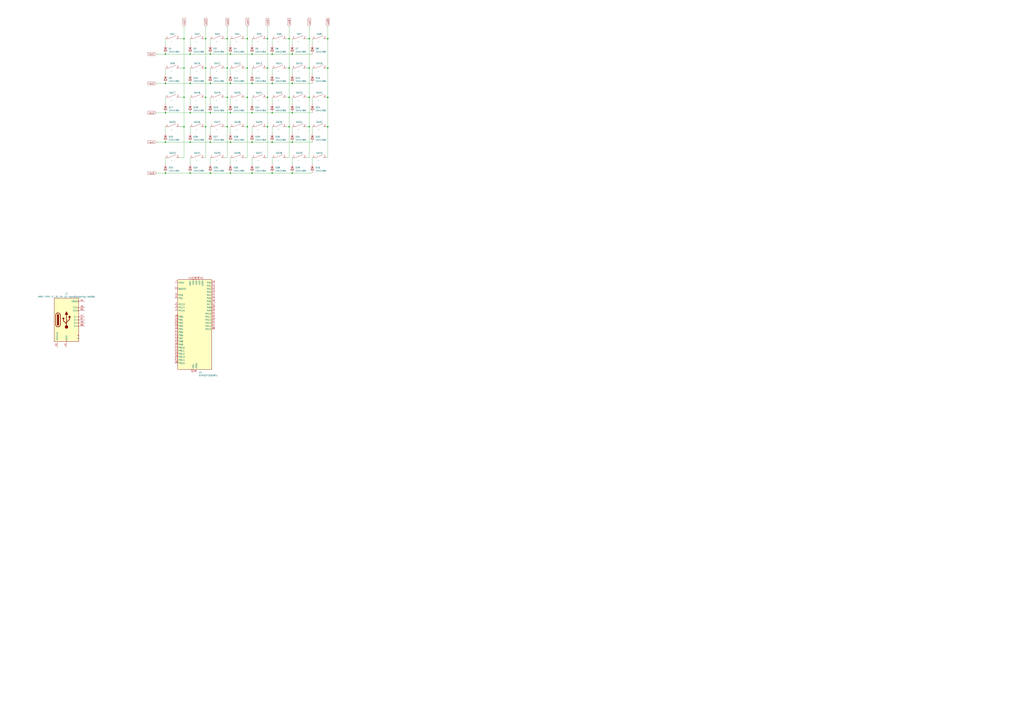
<source format=kicad_sch>
(kicad_sch (version 20230121) (generator eeschema)
  (paper "A1")
  (title_block (title "Wave-one") (date "2023-08-03") (rev "1.0"))
  (lib_symbols
    (symbol "Diode:1N4148W" (pin_numbers hide) (pin_names hide)
      (property "Reference" "D" (at 0 2.54 0))
      (property "Value" "1N4148W" (at 0 -2.54 0))
      (symbol "1N4148W_0_1"
        (polyline (pts (xy -1.27 1.27) (xy -1.27 -1.27)) (stroke (width 0.254)))
        (polyline (pts (xy 1.27 0) (xy -1.27 0)))
        (polyline (pts (xy 1.27 1.27) (xy 1.27 -1.27) (xy -1.27 0) (xy 1.27 1.27)) (stroke (width 0.254)))
      )
      (symbol "1N4148W_1_1"
        (pin passive line (at -3.81 0 0) (length 2.54) (name "K") (number "1"))
        (pin passive line (at 3.81 0 180) (length 2.54) (name "A") (number "2"))
      )
    )
    (symbol "MCU_ST_STM32F1:STM32F103C8Tx"
      (property "Reference" "U" (at -12.7 39.37 0))
      (property "Value" "STM32F103C8Tx" (at 10.16 39.37 0))
      (symbol "STM32F103C8Tx_0_1"
        (rectangle (start -12.7 -35.56) (end 15.24 38.1) (stroke (width 0.254)) (fill (type background)))
      )
      (symbol "STM32F103C8Tx_1_1"
        (pin power_in line (at -2.54 40.64 270) (length 2.54) (name "VBAT") (number "1"))
        (pin bidirectional line (at 17.78 35.56 180) (length 2.54) (name "PA0") (number "10"))
        (pin bidirectional line (at 17.78 33.02 180) (length 2.54) (name "PA1") (number "11"))
        (pin bidirectional line (at 17.78 30.48 180) (length 2.54) (name "PA2") (number "12"))
        (pin bidirectional line (at 17.78 27.94 180) (length 2.54) (name "PA3") (number "13"))
        (pin bidirectional line (at 17.78 25.4 180) (length 2.54) (name "PA4") (number "14"))
        (pin bidirectional line (at 17.78 22.86 180) (length 2.54) (name "PA5") (number "15"))
        (pin bidirectional line (at 17.78 20.32 180) (length 2.54) (name "PA6") (number "16"))
        (pin bidirectional line (at 17.78 17.78 180) (length 2.54) (name "PA7") (number "17"))
        (pin bidirectional line (at -15.24 7.62 0) (length 2.54) (name "PB0") (number "18"))
        (pin bidirectional line (at -15.24 5.08 0) (length 2.54) (name "PB1") (number "19"))
        (pin bidirectional line (at -15.24 17.78 0) (length 2.54) (name "PC13") (number "2"))
        (pin bidirectional line (at -15.24 2.54 0) (length 2.54) (name "PB2") (number "20"))
        (pin bidirectional line (at -15.24 -17.78 0) (length 2.54) (name "PB10") (number "21"))
        (pin bidirectional line (at -15.24 -20.32 0) (length 2.54) (name "PB11") (number "22"))
        (pin power_in line (at 0 -38.1 90) (length 2.54) (name "VSS") (number "23"))
        (pin power_in line (at 0 40.64 270) (length 2.54) (name "VDD") (number "24"))
        (pin bidirectional line (at -15.24 -22.86 0) (length 2.54) (name "PB12") (number "25"))
        (pin bidirectional line (at -15.24 -25.4 0) (length 2.54) (name "PB13") (number "26"))
        (pin bidirectional line (at -15.24 -27.94 0) (length 2.54) (name "PB14") (number "27"))
        (pin bidirectional line (at -15.24 -30.48 0) (length 2.54) (name "PB15") (number "28"))
        (pin bidirectional line (at 17.78 15.24 180) (length 2.54) (name "PA8") (number "29"))
        (pin bidirectional line (at -15.24 15.24 0) (length 2.54) (name "PC14") (number "3"))
        (pin bidirectional line (at 17.78 12.7 180) (length 2.54) (name "PA9") (number "30"))
        (pin bidirectional line (at 17.78 10.16 180) (length 2.54) (name "PA10") (number "31"))
        (pin bidirectional line (at 17.78 7.62 180) (length 2.54) (name "PA11") (number "32"))
        (pin bidirectional line (at 17.78 5.08 180) (length 2.54) (name "PA12") (number "33"))
        (pin bidirectional line (at 17.78 2.54 180) (length 2.54) (name "PA13") (number "34"))
        (pin passive line (at 0 -38.1 90) (length 2.54) hide (name "VSS") (number "35"))
        (pin power_in line (at 2.54 40.64 270) (length 2.54) (name "VDD") (number "36"))
        (pin bidirectional line (at 17.78 0 180) (length 2.54) (name "PA14") (number "37"))
        (pin bidirectional line (at 17.78 -2.54 180) (length 2.54) (name "PA15") (number "38"))
        (pin bidirectional line (at -15.24 0 0) (length 2.54) (name "PB3") (number "39"))
        (pin bidirectional line (at -15.24 12.7 0) (length 2.54) (name "PC15") (number "4"))
        (pin bidirectional line (at -15.24 -2.54 0) (length 2.54) (name "PB4") (number "40"))
        (pin bidirectional line (at -15.24 -5.08 0) (length 2.54) (name "PB5") (number "41"))
        (pin bidirectional line (at -15.24 -7.62 0) (length 2.54) (name "PB6") (number "42"))
        (pin bidirectional line (at -15.24 -10.16 0) (length 2.54) (name "PB7") (number "43"))
        (pin input line (at -15.24 30.48 0) (length 2.54) (name "BOOT0") (number "44"))
        (pin bidirectional line (at -15.24 -12.7 0) (length 2.54) (name "PB8") (number "45"))
        (pin bidirectional line (at -15.24 -15.24 0) (length 2.54) (name "PB9") (number "46"))
        (pin passive line (at 0 -38.1 90) (length 2.54) hide (name "VSS") (number "47"))
        (pin power_in line (at 5.08 40.64 270) (length 2.54) (name "VDD") (number "48"))
        (pin bidirectional line (at -15.24 25.4 0) (length 2.54) (name "PD0") (number "5"))
        (pin bidirectional line (at -15.24 22.86 0) (length 2.54) (name "PD1") (number "6"))
        (pin input line (at -15.24 35.56 0) (length 2.54) (name "NRST") (number "7"))
        (pin power_in line (at 2.54 -38.1 90) (length 2.54) (name "VSSA") (number "8"))
        (pin power_in line (at 7.62 40.64 270) (length 2.54) (name "VDDA") (number "9"))
      )
    )
    (symbol "reversible-kicad-symbols1:mx_switch"
      (property "Reference" "SW" (at 0 0 0))
      (symbol "mx_switch_0_1"
        (polyline (pts (xy -2.54 2.54) (xy 3.81 5.08)))
      )
      (symbol "mx_switch_1_1"
        (pin bidirectional line (at -5.08 2.54 0) (length 2.54) (name "") (number "1"))
        (pin bidirectional line (at 6.35 2.54 180) (length 2.54) (name "") (number "2"))
      )
    )
    (symbol "reversible-kicad-symbols:HRO-TYPE-C-31-M-12-HandSoldering-NoSBU" (pin_names (offset 1.016))
      (property "Reference" "J" (at -10.16 19.05 0))
      (property "Value" "HRO-TYPE-C-31-M-12-HandSoldering-NoSBU" (at 19.05 19.05 0))
      (symbol "HRO-TYPE-C-31-M-12-HandSoldering-NoSBU_0_0"
        (rectangle (start -0.254 -17.78) (end 0.254 -16.764))
        (rectangle (start 10.16 -14.986) (end 9.144 -15.494))
        (rectangle (start 10.16 -12.446) (end 9.144 -12.954))
        (rectangle (start 10.16 -4.826) (end 9.144 -5.334))
        (rectangle (start 10.16 -2.286) (end 9.144 -2.794))
        (rectangle (start 10.16 0.254) (end 9.144 -0.254))
        (rectangle (start 10.16 2.794) (end 9.144 2.286))
        (rectangle (start 10.16 7.874) (end 9.144 7.366))
        (rectangle (start 10.16 10.414) (end 9.144 9.906))
        (rectangle (start 10.16 15.494) (end 9.144 14.986))
      )
      (symbol "HRO-TYPE-C-31-M-12-HandSoldering-NoSBU_0_1"
        (rectangle (start -10.16 17.78) (end 10.16 -17.78) (stroke (width 0.254)) (fill (type background)))
        (arc (start -8.89 -3.81) (mid -6.985 -5.7067) (end -5.08 -3.81) (stroke (width 0.508)))
        (arc (start -7.62 -3.81) (mid -6.985 -4.4423) (end -6.35 -3.81) (stroke (width 0.254)))
        (arc (start -7.62 -3.81) (mid -6.985 -4.4423) (end -6.35 -3.81) (stroke (width 0.254)) (fill (type outline)))
        (rectangle (start -7.62 -3.81) (end -6.35 3.81) (stroke (width 0.254)) (fill (type outline)))
        (arc (start -6.35 3.81) (mid -6.985 4.4423) (end -7.62 3.81) (stroke (width 0.254)))
        (arc (start -6.35 3.81) (mid -6.985 4.4423) (end -7.62 3.81) (stroke (width 0.254)) (fill (type outline)))
        (arc (start -5.08 3.81) (mid -6.985 5.7067) (end -8.89 3.81) (stroke (width 0.508)))
        (circle (center -2.54 1.143) (radius 0.635) (stroke (width 0.254)) (fill (type outline)))
        (circle (center 0 -5.842) (radius 1.27) (fill (type outline)))
        (polyline (pts (xy -8.89 -3.81) (xy -8.89 3.81)) (stroke (width 0.508)))
        (polyline (pts (xy -5.08 3.81) (xy -5.08 -3.81)) (stroke (width 0.508)))
        (polyline (pts (xy 0 -5.842) (xy 0 4.318)) (stroke (width 0.508)))
        (polyline (pts (xy 0 -3.302) (xy -2.54 -0.762) (xy -2.54 0.508)) (stroke (width 0.508)))
        (polyline (pts (xy 0 -2.032) (xy 2.54 0.508) (xy 2.54 1.778)) (stroke (width 0.508)))
        (polyline (pts (xy -1.27 4.318) (xy 0 6.858) (xy 1.27 4.318) (xy -1.27 4.318)) (stroke (width 0.254)) (fill (type outline)))
        (rectangle (start 1.905 1.778) (end 3.175 3.048) (stroke (width 0.254)) (fill (type outline)))
      )
      (symbol "HRO-TYPE-C-31-M-12-HandSoldering-NoSBU_1_1"
        (pin power_in line (at 0 -22.86 90) (length 5.08) (name "GND") (number "A1"))
        (pin power_in line (at 15.24 15.24 180) (length 5.08) (name "VBUS") (number "A4"))
        (pin bidirectional line (at 15.24 10.16 180) (length 5.08) (name "CC1") (number "A5"))
        (pin bidirectional line (at 15.24 -2.54 180) (length 5.08) (name "D+") (number "A6"))
        (pin bidirectional line (at 15.24 2.54 180) (length 5.08) (name "D-") (number "A7"))
        (pin passive line (at 0 -22.86 90) (length 5.08) hide (name "GND") (number "B1"))
        (pin passive line (at 15.24 15.24 180) (length 5.08) hide (name "VBUS") (number "B4"))
        (pin bidirectional line (at 15.24 7.62 180) (length 5.08) (name "CC2") (number "B5"))
        (pin bidirectional line (at 15.24 -5.08 180) (length 5.08) (name "D+") (number "B6"))
        (pin bidirectional line (at 15.24 0 180) (length 5.08) (name "D-") (number "B7"))
        (pin passive line (at -7.62 -22.86 90) (length 5.08) (name "SHIELD") (number "S1"))
      )
    )
  )
  (junction (at 237.49 31.75))
  (junction (at 223.52 92.71))
  (junction (at 254 80.01))
  (junction (at 203.2 104.14))
  (junction (at 186.69 55.88))
  (junction (at 207.01 142.24))
  (junction (at 269.24 31.75))
  (junction (at 254 104.14))
  (junction (at 156.21 68.58))
  (junction (at 189.23 92.71))
  (junction (at 203.2 55.88))
  (junction (at 240.03 92.71))
  (junction (at 156.21 44.45))
  (junction (at 151.13 104.14))
  (junction (at 269.24 104.14))
  (junction (at 186.69 104.14))
  (junction (at 207.01 44.45))
  (junction (at 269.24 55.88))
  (junction (at 207.01 68.58))
  (junction (at 156.21 142.24))
  (junction (at 203.2 80.01))
  (junction (at 240.03 142.24))
  (junction (at 223.52 44.45))
  (junction (at 172.72 68.58))
  (junction (at 151.13 31.75))
  (junction (at 189.23 68.58))
  (junction (at 223.52 116.84))
  (junction (at 254 55.88))
  (junction (at 135.89 116.84))
  (junction (at 186.69 80.01))
  (junction (at 168.91 80.01))
  (junction (at 168.91 55.88))
  (junction (at 172.72 142.24))
  (junction (at 203.2 31.75))
  (junction (at 207.01 116.84))
  (junction (at 223.52 142.24))
  (junction (at 168.91 104.14))
  (junction (at 237.49 80.01))
  (junction (at 223.52 68.58))
  (junction (at 207.01 92.71))
  (junction (at 151.13 55.88))
  (junction (at 135.89 92.71))
  (junction (at 151.13 80.01))
  (junction (at 156.21 116.84))
  (junction (at 219.71 31.75))
  (junction (at 172.72 44.45))
  (junction (at 172.72 92.71))
  (junction (at 189.23 142.24))
  (junction (at 269.24 80.01))
  (junction (at 135.89 68.58))
  (junction (at 135.89 44.45))
  (junction (at 240.03 44.45))
  (junction (at 189.23 116.84))
  (junction (at 254 31.75))
  (junction (at 189.23 44.45))
  (junction (at 168.91 31.75))
  (junction (at 240.03 116.84))
  (junction (at 237.49 104.14))
  (junction (at 186.69 31.75))
  (junction (at 240.03 68.58))
  (junction (at 237.49 55.88))
  (junction (at 219.71 104.14))
  (junction (at 219.71 55.88))
  (junction (at 219.71 80.01))
  (junction (at 135.89 142.24))
  (junction (at 172.72 116.84))
  (junction (at 156.21 92.71))
  (wire (pts (xy 207.01 116.84) (xy 223.52 116.84)))
  (wire (pts (xy 240.03 92.71) (xy 256.54 92.71)))
  (wire (pts (xy 147.32 31.75) (xy 151.13 31.75)))
  (wire (pts (xy 240.03 116.84) (xy 256.54 116.84)))
  (wire (pts (xy 251.46 55.88) (xy 254 55.88)))
  (wire (pts (xy 207.01 80.01) (xy 207.01 85.09)))
  (wire (pts (xy 189.23 104.14) (xy 189.23 109.22)))
  (wire (pts (xy 207.01 31.75) (xy 207.01 36.83)))
  (wire (pts (xy 135.89 116.84) (xy 156.21 116.84)))
  (wire (pts (xy 172.72 80.01) (xy 172.72 85.09)))
  (wire (pts (xy 223.52 129.54) (xy 223.52 134.62)))
  (wire (pts (xy 128.27 92.71) (xy 135.89 92.71)))
  (wire (pts (xy 267.97 31.75) (xy 269.24 31.75)))
  (wire (pts (xy 135.89 142.24) (xy 156.21 142.24)))
  (wire (pts (xy 186.69 55.88) (xy 186.69 80.01)))
  (wire (pts (xy 128.27 116.84) (xy 135.89 116.84)))
  (wire (pts (xy 223.52 55.88) (xy 223.52 60.96)))
  (wire (pts (xy 128.27 44.45) (xy 135.89 44.45)))
  (wire (pts (xy 240.03 55.88) (xy 240.03 60.96)))
  (wire (pts (xy 168.91 55.88) (xy 168.91 80.01)))
  (wire (pts (xy 172.72 68.58) (xy 189.23 68.58)))
  (wire (pts (xy 135.89 104.14) (xy 135.89 109.22)))
  (wire (pts (xy 135.89 80.01) (xy 135.89 85.09)))
  (wire (pts (xy 203.2 80.01) (xy 203.2 104.14)))
  (wire (pts (xy 254 80.01) (xy 254 104.14)))
  (wire (pts (xy 207.01 55.88) (xy 207.01 60.96)))
  (wire (pts (xy 254 31.75) (xy 254 21.59)))
  (wire (pts (xy 151.13 31.75) (xy 151.13 55.88)))
  (wire (pts (xy 256.54 129.54) (xy 256.54 134.62)))
  (wire (pts (xy 156.21 116.84) (xy 172.72 116.84)))
  (wire (pts (xy 269.24 31.75) (xy 269.24 21.59)))
  (wire (pts (xy 147.32 104.14) (xy 151.13 104.14)))
  (wire (pts (xy 184.15 31.75) (xy 186.69 31.75)))
  (wire (pts (xy 147.32 55.88) (xy 151.13 55.88)))
  (wire (pts (xy 251.46 129.54) (xy 254 129.54)))
  (wire (pts (xy 168.91 31.75) (xy 168.91 55.88)))
  (wire (pts (xy 172.72 92.71) (xy 189.23 92.71)))
  (wire (pts (xy 254 31.75) (xy 254 55.88)))
  (wire (pts (xy 240.03 68.58) (xy 256.54 68.58)))
  (wire (pts (xy 156.21 55.88) (xy 156.21 60.96)))
  (wire (pts (xy 156.21 129.54) (xy 156.21 134.62)))
  (wire (pts (xy 256.54 31.75) (xy 256.54 36.83)))
  (wire (pts (xy 234.95 31.75) (xy 237.49 31.75)))
  (wire (pts (xy 156.21 44.45) (xy 172.72 44.45)))
  (wire (pts (xy 218.44 55.88) (xy 219.71 55.88)))
  (wire (pts (xy 219.71 55.88) (xy 219.71 80.01)))
  (wire (pts (xy 234.95 104.14) (xy 237.49 104.14)))
  (wire (pts (xy 237.49 31.75) (xy 237.49 21.59)))
  (wire (pts (xy 172.72 44.45) (xy 189.23 44.45)))
  (wire (pts (xy 207.01 129.54) (xy 207.01 134.62)))
  (wire (pts (xy 234.95 55.88) (xy 237.49 55.88)))
  (wire (pts (xy 189.23 142.24) (xy 207.01 142.24)))
  (wire (pts (xy 223.52 142.24) (xy 240.03 142.24)))
  (wire (pts (xy 203.2 31.75) (xy 203.2 55.88)))
  (wire (pts (xy 128.27 142.24) (xy 135.89 142.24)))
  (wire (pts (xy 186.69 31.75) (xy 186.69 21.59)))
  (wire (pts (xy 200.66 55.88) (xy 203.2 55.88)))
  (wire (pts (xy 167.64 55.88) (xy 168.91 55.88)))
  (wire (pts (xy 223.52 44.45) (xy 240.03 44.45)))
  (wire (pts (xy 223.52 116.84) (xy 240.03 116.84)))
  (wire (pts (xy 219.71 31.75) (xy 219.71 55.88)))
  (wire (pts (xy 135.89 68.58) (xy 156.21 68.58)))
  (wire (pts (xy 168.91 104.14) (xy 168.91 129.54)))
  (wire (pts (xy 237.49 104.14) (xy 237.49 129.54)))
  (wire (pts (xy 189.23 68.58) (xy 207.01 68.58)))
  (wire (pts (xy 219.71 31.75) (xy 219.71 21.59)))
  (wire (pts (xy 256.54 55.88) (xy 256.54 60.96)))
  (wire (pts (xy 223.52 104.14) (xy 223.52 109.22)))
  (wire (pts (xy 189.23 31.75) (xy 189.23 36.83)))
  (wire (pts (xy 234.95 129.54) (xy 237.49 129.54)))
  (wire (pts (xy 167.64 104.14) (xy 168.91 104.14)))
  (wire (pts (xy 151.13 31.75) (xy 151.13 21.59)))
  (wire (pts (xy 128.27 68.58) (xy 135.89 68.58)))
  (wire (pts (xy 223.52 68.58) (xy 240.03 68.58)))
  (wire (pts (xy 189.23 80.01) (xy 189.23 85.09)))
  (wire (pts (xy 256.54 104.14) (xy 256.54 109.22)))
  (wire (pts (xy 172.72 116.84) (xy 189.23 116.84)))
  (wire (pts (xy 237.49 31.75) (xy 237.49 55.88)))
  (wire (pts (xy 240.03 104.14) (xy 240.03 109.22)))
  (wire (pts (xy 189.23 44.45) (xy 207.01 44.45)))
  (wire (pts (xy 234.95 80.01) (xy 237.49 80.01)))
  (wire (pts (xy 135.89 92.71) (xy 156.21 92.71)))
  (wire (pts (xy 240.03 31.75) (xy 240.03 36.83)))
  (wire (pts (xy 156.21 92.71) (xy 172.72 92.71)))
  (wire (pts (xy 218.44 80.01) (xy 219.71 80.01)))
  (wire (pts (xy 156.21 31.75) (xy 156.21 36.83)))
  (wire (pts (xy 269.24 55.88) (xy 269.24 80.01)))
  (wire (pts (xy 240.03 44.45) (xy 256.54 44.45)))
  (wire (pts (xy 269.24 104.14) (xy 269.24 129.54)))
  (wire (pts (xy 200.66 104.14) (xy 203.2 104.14)))
  (wire (pts (xy 218.44 104.14) (xy 219.71 104.14)))
  (wire (pts (xy 189.23 116.84) (xy 207.01 116.84)))
  (wire (pts (xy 167.64 129.54) (xy 168.91 129.54)))
  (wire (pts (xy 256.54 80.01) (xy 256.54 85.09)))
  (wire (pts (xy 237.49 80.01) (xy 237.49 104.14)))
  (wire (pts (xy 254 55.88) (xy 254 80.01)))
  (wire (pts (xy 186.69 31.75) (xy 186.69 55.88)))
  (wire (pts (xy 184.15 129.54) (xy 186.69 129.54)))
  (wire (pts (xy 189.23 92.71) (xy 207.01 92.71)))
  (wire (pts (xy 167.64 31.75) (xy 168.91 31.75)))
  (wire (pts (xy 203.2 104.14) (xy 203.2 129.54)))
  (wire (pts (xy 269.24 31.75) (xy 269.24 55.88)))
  (wire (pts (xy 219.71 80.01) (xy 219.71 104.14)))
  (wire (pts (xy 254 104.14) (xy 254 129.54)))
  (wire (pts (xy 218.44 31.75) (xy 219.71 31.75)))
  (wire (pts (xy 207.01 68.58) (xy 223.52 68.58)))
  (wire (pts (xy 218.44 129.54) (xy 219.71 129.54)))
  (wire (pts (xy 251.46 31.75) (xy 254 31.75)))
  (wire (pts (xy 151.13 55.88) (xy 151.13 80.01)))
  (wire (pts (xy 200.66 80.01) (xy 203.2 80.01)))
  (wire (pts (xy 172.72 142.24) (xy 189.23 142.24)))
  (wire (pts (xy 237.49 55.88) (xy 237.49 80.01)))
  (wire (pts (xy 203.2 55.88) (xy 203.2 80.01)))
  (wire (pts (xy 240.03 129.54) (xy 240.03 134.62)))
  (wire (pts (xy 203.2 31.75) (xy 203.2 21.59)))
  (wire (pts (xy 267.97 104.14) (xy 269.24 104.14)))
  (wire (pts (xy 251.46 80.01) (xy 254 80.01)))
  (wire (pts (xy 135.89 44.45) (xy 156.21 44.45)))
  (wire (pts (xy 156.21 104.14) (xy 156.21 109.22)))
  (wire (pts (xy 172.72 31.75) (xy 172.72 36.83)))
  (wire (pts (xy 172.72 129.54) (xy 172.72 134.62)))
  (wire (pts (xy 269.24 80.01) (xy 269.24 104.14)))
  (wire (pts (xy 223.52 92.71) (xy 240.03 92.71)))
  (wire (pts (xy 267.97 55.88) (xy 269.24 55.88)))
  (wire (pts (xy 267.97 129.54) (xy 269.24 129.54)))
  (wire (pts (xy 156.21 80.01) (xy 156.21 85.09)))
  (wire (pts (xy 135.89 55.88) (xy 135.89 60.96)))
  (wire (pts (xy 184.15 55.88) (xy 186.69 55.88)))
  (wire (pts (xy 207.01 44.45) (xy 223.52 44.45)))
  (wire (pts (xy 186.69 104.14) (xy 186.69 129.54)))
  (wire (pts (xy 184.15 104.14) (xy 186.69 104.14)))
  (wire (pts (xy 135.89 129.54) (xy 135.89 134.62)))
  (wire (pts (xy 172.72 55.88) (xy 172.72 60.96)))
  (wire (pts (xy 189.23 55.88) (xy 189.23 60.96)))
  (wire (pts (xy 207.01 142.24) (xy 223.52 142.24)))
  (wire (pts (xy 186.69 80.01) (xy 186.69 104.14)))
  (wire (pts (xy 172.72 104.14) (xy 172.72 109.22)))
  (wire (pts (xy 147.32 80.01) (xy 151.13 80.01)))
  (wire (pts (xy 219.71 104.14) (xy 219.71 129.54)))
  (wire (pts (xy 200.66 31.75) (xy 203.2 31.75)))
  (wire (pts (xy 240.03 80.01) (xy 240.03 85.09)))
  (wire (pts (xy 135.89 31.75) (xy 135.89 36.83)))
  (wire (pts (xy 168.91 80.01) (xy 168.91 104.14)))
  (wire (pts (xy 147.32 129.54) (xy 151.13 129.54)))
  (wire (pts (xy 207.01 92.71) (xy 223.52 92.71)))
  (wire (pts (xy 267.97 80.01) (xy 269.24 80.01)))
  (wire (pts (xy 189.23 129.54) (xy 189.23 134.62)))
  (wire (pts (xy 151.13 80.01) (xy 151.13 104.14)))
  (wire (pts (xy 151.13 104.14) (xy 151.13 129.54)))
  (wire (pts (xy 207.01 104.14) (xy 207.01 109.22)))
  (wire (pts (xy 156.21 142.24) (xy 172.72 142.24)))
  (wire (pts (xy 167.64 80.01) (xy 168.91 80.01)))
  (wire (pts (xy 184.15 80.01) (xy 186.69 80.01)))
  (wire (pts (xy 200.66 129.54) (xy 203.2 129.54)))
  (wire (pts (xy 240.03 142.24) (xy 256.54 142.24)))
  (wire (pts (xy 223.52 31.75) (xy 223.52 36.83)))
  (wire (pts (xy 223.52 80.01) (xy 223.52 85.09)))
  (wire (pts (xy 168.91 31.75) (xy 168.91 21.59)))
  (wire (pts (xy 251.46 104.14) (xy 254 104.14)))
  (wire (pts (xy 156.21 68.58) (xy 172.72 68.58)))
  (global_label "row4" (shape input) (at 128.27 116.84 180) (property "Intersheetrefs" "${INTERSHEET_REFS}" (effects hide)))
  (global_label "col7" (shape input) (at 254 21.59 90) (property "Intersheetrefs" "${INTERSHEET_REFS}" (effects hide)))
  (global_label "row2" (shape input) (at 128.27 68.58 180) (property "Intersheetrefs" "${INTERSHEET_REFS}" (effects hide)))
  (global_label "col8" (shape input) (at 269.24 21.59 90) (property "Intersheetrefs" "${INTERSHEET_REFS}" (effects hide)))
  (global_label "col3" (shape input) (at 186.69 21.59 90) (property "Intersheetrefs" "${INTERSHEET_REFS}" (effects hide)))
  (global_label "row3" (shape input) (at 128.27 92.71 180) (property "Intersheetrefs" "${INTERSHEET_REFS}" (effects hide)))
  (global_label "row1" (shape input) (at 128.27 44.45 180) (property "Intersheetrefs" "${INTERSHEET_REFS}" (effects hide)))
  (global_label "col2" (shape input) (at 168.91 21.59 90) (property "Intersheetrefs" "${INTERSHEET_REFS}" (effects hide)))
  (global_label "col1" (shape input) (at 151.13 21.59 90) (property "Intersheetrefs" "${INTERSHEET_REFS}" (effects hide)))
  (global_label "col6" (shape input) (at 237.49 21.59 90) (property "Intersheetrefs" "${INTERSHEET_REFS}" (effects hide)))
  (global_label "col4" (shape input) (at 203.2 21.59 90) (property "Intersheetrefs" "${INTERSHEET_REFS}" (effects hide)))
  (global_label "row5" (shape input) (at 128.27 142.24 180) (property "Intersheetrefs" "${INTERSHEET_REFS}" (effects hide)))
  (global_label "col5" (shape input) (at 219.71 21.59 90) (property "Intersheetrefs" "${INTERSHEET_REFS}" (effects hide)))
  (symbol (lib_id "reversible-kicad-symbols1:mx_switch") (at 194.31 106.68 0) (unit 1)
    (property "Reference" "SW28" (at 194.945 100.33 0))
    (property "Value" "~" (at 194.31 106.68 0))
  )
  (symbol (lib_id "Diode:1N4148W") (at 189.23 64.77 270) (unit 1)
    (property "Reference" "D12" (at 191.77 64.135 90) (effects (justify left)))
    (property "Value" "1N4148W" (at 191.77 66.675 90) (effects (justify left)))
    (property "Footprint" "reversible-kicad:MX-1U-D_SOD-123" (effects hide))
    (property "Datasheet" "https://www.vishay.com/docs/85748/1n4148w.pdf" (effects hide))
    (property "Sim.Device" "D" (effects hide))
    (property "Sim.Pins" "1=K 2=A" (effects hide))
  )
  (symbol (lib_id "reversible-kicad-symbols1:mx_switch") (at 261.62 34.29 0) (unit 1)
    (property "Reference" "SW8" (at 262.255 27.94 0))
    (property "Value" "~" (at 261.62 34.29 0))
  )
  (symbol (lib_id "reversible-kicad-symbols1:mx_switch") (at 161.29 106.68 0) (unit 1)
    (property "Reference" "SW26" (at 161.925 100.33 0))
    (property "Value" "~" (at 161.29 106.68 0))
  )
  (symbol (lib_id "reversible-kicad-symbols1:mx_switch") (at 212.09 58.42 0) (unit 1)
    (property "Reference" "SW13" (at 212.725 52.07 0))
    (property "Value" "~" (at 212.09 58.42 0))
  )
  (symbol (lib_id "Diode:1N4148W") (at 207.01 138.43 270) (unit 1)
    (property "Reference" "D37" (at 209.55 137.795 90) (effects (justify left)))
    (property "Value" "1N4148W" (at 209.55 140.335 90) (effects (justify left)))
    (property "Footprint" "reversible-kicad:MX-1U-D_SOD-123" (effects hide))
    (property "Datasheet" "https://www.vishay.com/docs/85748/1n4148w.pdf" (effects hide))
    (property "Sim.Device" "D" (effects hide))
    (property "Sim.Pins" "1=K 2=A" (effects hide))
  )
  (symbol (lib_id "reversible-kicad-symbols1:mx_switch") (at 228.6 82.55 0) (unit 1)
    (property "Reference" "SW22" (at 229.235 76.2 0))
    (property "Value" "~" (at 228.6 82.55 0))
  )
  (symbol (lib_id "Diode:1N4148W") (at 172.72 88.9 270) (unit 1)
    (property "Reference" "D19" (at 175.26 88.265 90) (effects (justify left)))
    (property "Value" "1N4148W" (at 175.26 90.805 90) (effects (justify left)))
    (property "Footprint" "reversible-kicad:MX-1U-D_SOD-123" (effects hide))
    (property "Datasheet" "https://www.vishay.com/docs/85748/1n4148w.pdf" (effects hide))
    (property "Sim.Device" "D" (effects hide))
    (property "Sim.Pins" "1=K 2=A" (effects hide))
  )
  (symbol (lib_id "reversible-kicad-symbols1:mx_switch") (at 245.11 132.08 0) (unit 1)
    (property "Reference" "SW39" (at 245.745 125.73 0))
    (property "Value" "~" (at 245.11 132.08 0))
  )
  (symbol (lib_id "Diode:1N4148W") (at 135.89 138.43 270) (unit 1)
    (property "Reference" "D33" (at 138.43 137.795 90) (effects (justify left)))
    (property "Value" "1N4148W" (at 138.43 140.335 90) (effects (justify left)))
    (property "Footprint" "reversible-kicad:MX-1U-D_SOD-123" (effects hide))
    (property "Datasheet" "https://www.vishay.com/docs/85748/1n4148w.pdf" (effects hide))
    (property "Sim.Device" "D" (effects hide))
    (property "Sim.Pins" "1=K 2=A" (effects hide))
  )
  (symbol (lib_id "Diode:1N4148W") (at 240.03 88.9 270) (unit 1)
    (property "Reference" "D23" (at 242.57 88.265 90) (effects (justify left)))
    (property "Value" "1N4148W" (at 242.57 90.805 90) (effects (justify left)))
    (property "Footprint" "reversible-kicad:MX-1U-D_SOD-123" (effects hide))
    (property "Datasheet" "https://www.vishay.com/docs/85748/1n4148w.pdf" (effects hide))
    (property "Sim.Device" "D" (effects hide))
    (property "Sim.Pins" "1=K 2=A" (effects hide))
  )
  (symbol (lib_id "reversible-kicad-symbols1:mx_switch") (at 140.97 106.68 0) (unit 1)
    (property "Reference" "SW25" (at 141.605 100.33 0))
    (property "Value" "~" (at 140.97 106.68 0))
  )
  (symbol (lib_id "Diode:1N4148W") (at 223.52 64.77 270) (unit 1)
    (property "Reference" "D14" (at 226.06 64.135 90) (effects (justify left)))
    (property "Value" "1N4148W" (at 226.06 66.675 90) (effects (justify left)))
    (property "Footprint" "reversible-kicad:MX-1U-D_SOD-123" (effects hide))
    (property "Datasheet" "https://www.vishay.com/docs/85748/1n4148w.pdf" (effects hide))
    (property "Sim.Device" "D" (effects hide))
    (property "Sim.Pins" "1=K 2=A" (effects hide))
  )
  (symbol (lib_id "reversible-kicad-symbols1:mx_switch") (at 228.6 58.42 0) (unit 1)
    (property "Reference" "SW14" (at 229.235 52.07 0))
    (property "Value" "~" (at 228.6 58.42 0))
  )
  (symbol (lib_id "Diode:1N4148W") (at 240.03 113.03 270) (unit 1)
    (property "Reference" "D31" (at 242.57 112.395 90) (effects (justify left)))
    (property "Value" "1N4148W" (at 242.57 114.935 90) (effects (justify left)))
    (property "Footprint" "reversible-kicad:MX-1U-D_SOD-123" (effects hide))
    (property "Datasheet" "https://www.vishay.com/docs/85748/1n4148w.pdf" (effects hide))
    (property "Sim.Device" "D" (effects hide))
    (property "Sim.Pins" "1=K 2=A" (effects hide))
  )
  (symbol (lib_id "reversible-kicad-symbols1:mx_switch") (at 228.6 132.08 0) (unit 1)
    (property "Reference" "SW38" (at 229.235 125.73 0))
    (property "Value" "~" (at 228.6 132.08 0))
  )
  (symbol (lib_id "Diode:1N4148W") (at 223.52 40.64 270) (unit 1)
    (property "Reference" "D6" (at 226.06 40.005 90) (effects (justify left)))
    (property "Value" "1N4148W" (at 226.06 42.545 90) (effects (justify left)))
    (property "Footprint" "reversible-kicad:MX-1U-D_SOD-123" (effects hide))
    (property "Datasheet" "https://www.vishay.com/docs/85748/1n4148w.pdf" (effects hide))
    (property "Sim.Device" "D" (effects hide))
    (property "Sim.Pins" "1=K 2=A" (effects hide))
  )
  (symbol (lib_id "reversible-kicad-symbols1:mx_switch") (at 212.09 82.55 0) (unit 1)
    (property "Reference" "SW21" (at 212.725 76.2 0))
    (property "Value" "~" (at 212.09 82.55 0))
  )
  (symbol (lib_id "Diode:1N4148W") (at 240.03 40.64 270) (unit 1)
    (property "Reference" "D7" (at 242.57 40.005 90) (effects (justify left)))
    (property "Value" "1N4148W" (at 242.57 42.545 90) (effects (justify left)))
    (property "Footprint" "reversible-kicad:MX-1U-D_SOD-123" (effects hide))
    (property "Datasheet" "https://www.vishay.com/docs/85748/1n4148w.pdf" (effects hide))
    (property "Sim.Device" "D" (effects hide))
    (property "Sim.Pins" "1=K 2=A" (effects hide))
  )
  (symbol (lib_id "reversible-kicad-symbols1:mx_switch") (at 212.09 106.68 0) (unit 1)
    (property "Reference" "SW29" (at 212.725 100.33 0))
    (property "Value" "~" (at 212.09 106.68 0))
  )
  (symbol (lib_id "Diode:1N4148W") (at 256.54 138.43 270) (unit 1)
    (property "Reference" "D40" (at 259.08 137.795 90) (effects (justify left)))
    (property "Value" "1N4148W" (at 259.08 140.335 90) (effects (justify left)))
    (property "Footprint" "reversible-kicad:MX-1U-D_SOD-123" (effects hide))
    (property "Datasheet" "https://www.vishay.com/docs/85748/1n4148w.pdf" (effects hide))
    (property "Sim.Device" "D" (effects hide))
    (property "Sim.Pins" "1=K 2=A" (effects hide))
  )
  (symbol (lib_id "Diode:1N4148W") (at 207.01 40.64 270) (unit 1)
    (property "Reference" "D5" (at 209.55 40.005 90) (effects (justify left)))
    (property "Value" "1N4148W" (at 209.55 42.545 90) (effects (justify left)))
    (property "Footprint" "reversible-kicad:MX-1U-D_SOD-123" (effects hide))
    (property "Datasheet" "https://www.vishay.com/docs/85748/1n4148w.pdf" (effects hide))
    (property "Sim.Device" "D" (effects hide))
    (property "Sim.Pins" "1=K 2=A" (effects hide))
  )
  (symbol (lib_id "reversible-kicad-symbols1:mx_switch") (at 177.8 34.29 0) (unit 1)
    (property "Reference" "SW3" (at 178.435 27.94 0))
    (property "Value" "~" (at 177.8 34.29 0))
  )
  (symbol (lib_id "reversible-kicad-symbols:HRO-TYPE-C-31-M-12-HandSoldering-NoSBU") (at 54.61 262.89 0) (unit 1)
    (property "Reference" "J1" (at 54.61 241.3 0))
    (property "Value" "HRO-TYPE-C-31-M-12-HandSoldering-NoSBU" (at 54.61 243.84 0))
    (property "Footprint" "Connector_USB:USB_C_Receptacle_HRO_TYPE-C-31-M-12" (effects hide))
    (property "Datasheet" "https://www.usb.org/sites/default/files/documents/usb_type-c.zip" (effects hide))
  )
  (symbol (lib_id "reversible-kicad-symbols1:mx_switch") (at 245.11 58.42 0) (unit 1)
    (property "Reference" "SW15" (at 245.745 52.07 0))
    (property "Value" "~" (at 245.11 58.42 0))
  )
  (symbol (lib_id "reversible-kicad-symbols1:mx_switch") (at 194.31 34.29 0) (unit 1)
    (property "Reference" "SW4" (at 194.945 27.94 0))
    (property "Value" "~" (at 194.31 34.29 0))
  )
  (symbol (lib_id "reversible-kicad-symbols1:mx_switch") (at 161.29 58.42 0) (unit 1)
    (property "Reference" "SW10" (at 161.925 52.07 0))
    (property "Value" "~" (at 161.29 58.42 0))
  )
  (symbol (lib_id "Diode:1N4148W") (at 172.72 40.64 270) (unit 1)
    (property "Reference" "D3" (at 175.26 40.005 90) (effects (justify left)))
    (property "Value" "1N4148W" (at 175.26 42.545 90) (effects (justify left)))
    (property "Footprint" "reversible-kicad:MX-1U-D_SOD-123" (effects hide))
    (property "Datasheet" "https://www.vishay.com/docs/85748/1n4148w.pdf" (effects hide))
    (property "Sim.Device" "D" (effects hide))
    (property "Sim.Pins" "1=K 2=A" (effects hide))
  )
  (symbol (lib_id "reversible-kicad-symbols1:mx_switch") (at 194.31 132.08 0) (unit 1)
    (property "Reference" "SW36" (at 194.945 125.73 0))
    (property "Value" "~" (at 194.31 132.08 0))
  )
  (symbol (lib_id "Diode:1N4148W") (at 135.89 113.03 270) (unit 1)
    (property "Reference" "D25" (at 138.43 112.395 90) (effects (justify left)))
    (property "Value" "1N4148W" (at 138.43 114.935 90) (effects (justify left)))
    (property "Footprint" "reversible-kicad:MX-1U-D_SOD-123" (effects hide))
    (property "Datasheet" "https://www.vishay.com/docs/85748/1n4148w.pdf" (effects hide))
    (property "Sim.Device" "D" (effects hide))
    (property "Sim.Pins" "1=K 2=A" (effects hide))
  )
  (symbol (lib_id "Diode:1N4148W") (at 172.72 64.77 270) (unit 1)
    (property "Reference" "D11" (at 175.26 64.135 90) (effects (justify left)))
    (property "Value" "1N4148W" (at 175.26 66.675 90) (effects (justify left)))
    (property "Footprint" "reversible-kicad:MX-1U-D_SOD-123" (effects hide))
    (property "Datasheet" "https://www.vishay.com/docs/85748/1n4148w.pdf" (effects hide))
    (property "Sim.Device" "D" (effects hide))
    (property "Sim.Pins" "1=K 2=A" (effects hide))
  )
  (symbol (lib_id "Diode:1N4148W") (at 189.23 88.9 270) (unit 1)
    (property "Reference" "D20" (at 191.77 88.265 90) (effects (justify left)))
    (property "Value" "1N4148W" (at 191.77 90.805 90) (effects (justify left)))
    (property "Footprint" "reversible-kicad:MX-1U-D_SOD-123" (effects hide))
    (property "Datasheet" "https://www.vishay.com/docs/85748/1n4148w.pdf" (effects hide))
    (property "Sim.Device" "D" (effects hide))
    (property "Sim.Pins" "1=K 2=A" (effects hide))
  )
  (symbol (lib_id "reversible-kicad-symbols1:mx_switch") (at 261.62 58.42 0) (unit 1)
    (property "Reference" "SW16" (at 262.255 52.07 0))
    (property "Value" "~" (at 261.62 58.42 0))
  )
  (symbol (lib_id "reversible-kicad-symbols1:mx_switch") (at 245.11 82.55 0) (unit 1)
    (property "Reference" "SW23" (at 245.745 76.2 0))
    (property "Value" "~" (at 245.11 82.55 0))
  )
  (symbol (lib_id "reversible-kicad-symbols1:mx_switch") (at 177.8 58.42 0) (unit 1)
    (property "Reference" "SW11" (at 178.435 52.07 0))
    (property "Value" "~" (at 177.8 58.42 0))
  )
  (symbol (lib_id "Diode:1N4148W") (at 135.89 64.77 270) (unit 1)
    (property "Reference" "D9" (at 138.43 64.135 90) (effects (justify left)))
    (property "Value" "1N4148W" (at 138.43 66.675 90) (effects (justify left)))
    (property "Footprint" "reversible-kicad:MX-1U-D_SOD-123" (effects hide))
    (property "Datasheet" "https://www.vishay.com/docs/85748/1n4148w.pdf" (effects hide))
    (property "Sim.Device" "D" (effects hide))
    (property "Sim.Pins" "1=K 2=A" (effects hide))
  )
  (symbol (lib_id "Diode:1N4148W") (at 207.01 113.03 270) (unit 1)
    (property "Reference" "D29" (at 209.55 112.395 90) (effects (justify left)))
    (property "Value" "1N4148W" (at 209.55 114.935 90) (effects (justify left)))
    (property "Footprint" "reversible-kicad:MX-1U-D_SOD-123" (effects hide))
    (property "Datasheet" "https://www.vishay.com/docs/85748/1n4148w.pdf" (effects hide))
    (property "Sim.Device" "D" (effects hide))
    (property "Sim.Pins" "1=K 2=A" (effects hide))
  )
  (symbol (lib_id "reversible-kicad-symbols1:mx_switch") (at 212.09 132.08 0) (unit 1)
    (property "Reference" "SW37" (at 212.725 125.73 0))
    (property "Value" "~" (at 212.09 132.08 0))
  )
  (symbol (lib_id "Diode:1N4148W") (at 189.23 40.64 270) (unit 1)
    (property "Reference" "D4" (at 191.77 40.005 90) (effects (justify left)))
    (property "Value" "1N4148W" (at 191.77 42.545 90) (effects (justify left)))
    (property "Footprint" "reversible-kicad:MX-1U-D_SOD-123" (effects hide))
    (property "Datasheet" "https://www.vishay.com/docs/85748/1n4148w.pdf" (effects hide))
    (property "Sim.Device" "D" (effects hide))
    (property "Sim.Pins" "1=K 2=A" (effects hide))
  )
  (symbol (lib_id "MCU_ST_STM32F1:STM32F103C8Tx") (at 158.75 267.97 0) (unit 1)
    (property "Reference" "U1" (at 163.2459 306.07 0) (effects (justify left)))
    (property "Value" "STM32F103C8Tx" (at 163.2459 308.61 0) (effects (justify left)))
    (property "Footprint" "Package_QFP:LQFP-48_7x7mm_P0.5mm" (effects hide))
    (property "Datasheet" "https://www.st.com/resource/en/datasheet/stm32f103c8.pdf" (effects hide))
  )
  (symbol (lib_id "reversible-kicad-symbols1:mx_switch") (at 161.29 132.08 0) (unit 1)
    (property "Reference" "SW34" (at 161.925 125.73 0))
    (property "Value" "~" (at 161.29 132.08 0))
  )
  (symbol (lib_id "reversible-kicad-symbols1:mx_switch") (at 194.31 58.42 0) (unit 1)
    (property "Reference" "SW12" (at 194.945 52.07 0))
    (property "Value" "~" (at 194.31 58.42 0))
  )
  (symbol (lib_id "Diode:1N4148W") (at 256.54 88.9 270) (unit 1)
    (property "Reference" "D24" (at 259.08 88.265 90) (effects (justify left)))
    (property "Value" "1N4148W" (at 259.08 90.805 90) (effects (justify left)))
    (property "Footprint" "reversible-kicad:MX-1U-D_SOD-123" (effects hide))
    (property "Datasheet" "https://www.vishay.com/docs/85748/1n4148w.pdf" (effects hide))
    (property "Sim.Device" "D" (effects hide))
    (property "Sim.Pins" "1=K 2=A" (effects hide))
  )
  (symbol (lib_id "reversible-kicad-symbols1:mx_switch") (at 228.6 106.68 0) (unit 1)
    (property "Reference" "SW30" (at 229.235 100.33 0))
    (property "Value" "~" (at 228.6 106.68 0))
  )
  (symbol (lib_id "reversible-kicad-symbols1:mx_switch") (at 194.31 82.55 0) (unit 1)
    (property "Reference" "SW20" (at 194.945 76.2 0))
    (property "Value" "~" (at 194.31 82.55 0))
  )
  (symbol (lib_id "reversible-kicad-symbols1:mx_switch") (at 261.62 132.08 0) (unit 1)
    (property "Reference" "SW40" (at 262.255 125.73 0))
    (property "Value" "~" (at 261.62 132.08 0))
  )
  (symbol (lib_id "reversible-kicad-symbols1:mx_switch") (at 161.29 82.55 0) (unit 1)
    (property "Reference" "SW18" (at 161.925 76.2 0))
    (property "Value" "~" (at 161.29 82.55 0))
  )
  (symbol (lib_id "Diode:1N4148W") (at 135.89 40.64 270) (unit 1)
    (property "Reference" "D1" (at 138.43 40.005 90) (effects (justify left)))
    (property "Value" "1N4148W" (at 138.43 42.545 90) (effects (justify left)))
    (property "Footprint" "reversible-kicad:MX-1U-D_SOD-123" (effects hide))
    (property "Datasheet" "https://www.vishay.com/docs/85748/1n4148w.pdf" (effects hide))
    (property "Sim.Device" "D" (effects hide))
    (property "Sim.Pins" "1=K 2=A" (effects hide))
  )
  (symbol (lib_id "reversible-kicad-symbols1:mx_switch") (at 245.11 34.29 0) (unit 1)
    (property "Reference" "SW7" (at 245.745 27.94 0))
    (property "Value" "~" (at 245.11 34.29 0))
  )
  (symbol (lib_id "reversible-kicad-symbols1:mx_switch") (at 140.97 132.08 0) (unit 1)
    (property "Reference" "SW33" (at 141.605 125.73 0))
    (property "Value" "~" (at 140.97 132.08 0))
  )
  (symbol (lib_id "reversible-kicad-symbols1:mx_switch") (at 140.97 58.42 0) (unit 1)
    (property "Reference" "SW9" (at 141.605 52.07 0))
    (property "Value" "~" (at 140.97 58.42 0))
  )
  (symbol (lib_id "Diode:1N4148W") (at 156.21 64.77 270) (unit 1)
    (property "Reference" "D10" (at 158.75 64.135 90) (effects (justify left)))
    (property "Value" "1N4148W" (at 158.75 66.675 90) (effects (justify left)))
    (property "Footprint" "reversible-kicad:MX-1U-D_SOD-123" (effects hide))
    (property "Datasheet" "https://www.vishay.com/docs/85748/1n4148w.pdf" (effects hide))
    (property "Sim.Device" "D" (effects hide))
    (property "Sim.Pins" "1=K 2=A" (effects hide))
  )
  (symbol (lib_id "reversible-kicad-symbols1:mx_switch") (at 140.97 82.55 0) (unit 1)
    (property "Reference" "SW17" (at 141.605 76.2 0))
    (property "Value" "~" (at 140.97 82.55 0))
  )
  (symbol (lib_id "Diode:1N4148W") (at 156.21 138.43 270) (unit 1)
    (property "Reference" "D34" (at 158.75 137.795 90) (effects (justify left)))
    (property "Value" "1N4148W" (at 158.75 140.335 90) (effects (justify left)))
    (property "Footprint" "reversible-kicad:MX-1U-D_SOD-123" (effects hide))
    (property "Datasheet" "https://www.vishay.com/docs/85748/1n4148w.pdf" (effects hide))
    (property "Sim.Device" "D" (effects hide))
    (property "Sim.Pins" "1=K 2=A" (effects hide))
  )
  (symbol (lib_id "Diode:1N4148W") (at 189.23 113.03 270) (unit 1)
    (property "Reference" "D28" (at 191.77 112.395 90) (effects (justify left)))
    (property "Value" "1N4148W" (at 191.77 114.935 90) (effects (justify left)))
    (property "Footprint" "reversible-kicad:MX-1U-D_SOD-123" (effects hide))
    (property "Datasheet" "https://www.vishay.com/docs/85748/1n4148w.pdf" (effects hide))
    (property "Sim.Device" "D" (effects hide))
    (property "Sim.Pins" "1=K 2=A" (effects hide))
  )
  (symbol (lib_id "Diode:1N4148W") (at 240.03 138.43 270) (unit 1)
    (property "Reference" "D39" (at 242.57 137.795 90) (effects (justify left)))
    (property "Value" "1N4148W" (at 242.57 140.335 90) (effects (justify left)))
    (property "Footprint" "reversible-kicad:MX-1U-D_SOD-123" (effects hide))
    (property "Datasheet" "https://www.vishay.com/docs/85748/1n4148w.pdf" (effects hide))
    (property "Sim.Device" "D" (effects hide))
    (property "Sim.Pins" "1=K 2=A" (effects hide))
  )
  (symbol (lib_id "Diode:1N4148W") (at 156.21 113.03 270) (unit 1)
    (property "Reference" "D26" (at 158.75 112.395 90) (effects (justify left)))
    (property "Value" "1N4148W" (at 158.75 114.935 90) (effects (justify left)))
    (property "Footprint" "reversible-kicad:MX-1U-D_SOD-123" (effects hide))
    (property "Datasheet" "https://www.vishay.com/docs/85748/1n4148w.pdf" (effects hide))
    (property "Sim.Device" "D" (effects hide))
    (property "Sim.Pins" "1=K 2=A" (effects hide))
  )
  (symbol (lib_id "reversible-kicad-symbols1:mx_switch") (at 177.8 82.55 0) (unit 1)
    (property "Reference" "SW19" (at 178.435 76.2 0))
    (property "Value" "~" (at 177.8 82.55 0))
  )
  (symbol (lib_id "reversible-kicad-symbols1:mx_switch") (at 245.11 106.68 0) (unit 1)
    (property "Reference" "SW31" (at 245.745 100.33 0))
    (property "Value" "~" (at 245.11 106.68 0))
  )
  (symbol (lib_id "Diode:1N4148W") (at 223.52 113.03 270) (unit 1)
    (property "Reference" "D30" (at 226.06 112.395 90) (effects (justify left)))
    (property "Value" "1N4148W" (at 226.06 114.935 90) (effects (justify left)))
    (property "Footprint" "reversible-kicad:MX-1U-D_SOD-123" (effects hide))
    (property "Datasheet" "https://www.vishay.com/docs/85748/1n4148w.pdf" (effects hide))
    (property "Sim.Device" "D" (effects hide))
    (property "Sim.Pins" "1=K 2=A" (effects hide))
  )
  (symbol (lib_id "Diode:1N4148W") (at 189.23 138.43 270) (unit 1)
    (property "Reference" "D36" (at 191.77 137.795 90) (effects (justify left)))
    (property "Value" "1N4148W" (at 191.77 140.335 90) (effects (justify left)))
    (property "Footprint" "reversible-kicad:MX-1U-D_SOD-123" (effects hide))
    (property "Datasheet" "https://www.vishay.com/docs/85748/1n4148w.pdf" (effects hide))
    (property "Sim.Device" "D" (effects hide))
    (property "Sim.Pins" "1=K 2=A" (effects hide))
  )
  (symbol (lib_id "Diode:1N4148W") (at 256.54 40.64 270) (unit 1)
    (property "Reference" "D8" (at 259.08 40.005 90) (effects (justify left)))
    (property "Value" "1N4148W" (at 259.08 42.545 90) (effects (justify left)))
    (property "Footprint" "reversible-kicad:MX-1U-D_SOD-123" (effects hide))
    (property "Datasheet" "https://www.vishay.com/docs/85748/1n4148w.pdf" (effects hide))
    (property "Sim.Device" "D" (effects hide))
    (property "Sim.Pins" "1=K 2=A" (effects hide))
  )
  (symbol (lib_id "Diode:1N4148W") (at 207.01 88.9 270) (unit 1)
    (property "Reference" "D21" (at 209.55 88.265 90) (effects (justify left)))
    (property "Value" "1N4148W" (at 209.55 90.805 90) (effects (justify left)))
    (property "Footprint" "reversible-kicad:MX-1U-D_SOD-123" (effects hide))
    (property "Datasheet" "https://www.vishay.com/docs/85748/1n4148w.pdf" (effects hide))
    (property "Sim.Device" "D" (effects hide))
    (property "Sim.Pins" "1=K 2=A" (effects hide))
  )
  (symbol (lib_id "Diode:1N4148W") (at 240.03 64.77 270) (unit 1)
    (property "Reference" "D15" (at 242.57 64.135 90) (effects (justify left)))
    (property "Value" "1N4148W" (at 242.57 66.675 90) (effects (justify left)))
    (property "Footprint" "reversible-kicad:MX-1U-D_SOD-123" (effects hide))
    (property "Datasheet" "https://www.vishay.com/docs/85748/1n4148w.pdf" (effects hide))
    (property "Sim.Device" "D" (effects hide))
    (property "Sim.Pins" "1=K 2=A" (effects hide))
  )
  (symbol (lib_id "Diode:1N4148W") (at 172.72 138.43 270) (unit 1)
    (property "Reference" "D35" (at 175.26 137.795 90) (effects (justify left)))
    (property "Value" "1N4148W" (at 175.26 140.335 90) (effects (justify left)))
    (property "Footprint" "reversible-kicad:MX-1U-D_SOD-123" (effects hide))
    (property "Datasheet" "https://www.vishay.com/docs/85748/1n4148w.pdf" (effects hide))
    (property "Sim.Device" "D" (effects hide))
    (property "Sim.Pins" "1=K 2=A" (effects hide))
  )
  (symbol (lib_id "Diode:1N4148W") (at 156.21 40.64 270) (unit 1)
    (property "Reference" "D2" (at 158.75 40.005 90) (effects (justify left)))
    (property "Value" "1N4148W" (at 158.75 42.545 90) (effects (justify left)))
    (property "Footprint" "reversible-kicad:MX-1U-D_SOD-123" (effects hide))
    (property "Datasheet" "https://www.vishay.com/docs/85748/1n4148w.pdf" (effects hide))
    (property "Sim.Device" "D" (effects hide))
    (property "Sim.Pins" "1=K 2=A" (effects hide))
  )
  (symbol (lib_id "Diode:1N4148W") (at 135.89 88.9 270) (unit 1)
    (property "Reference" "D17" (at 138.43 88.265 90) (effects (justify left)))
    (property "Value" "1N4148W" (at 138.43 90.805 90) (effects (justify left)))
    (property "Footprint" "reversible-kicad:MX-1U-D_SOD-123" (effects hide))
    (property "Datasheet" "https://www.vishay.com/docs/85748/1n4148w.pdf" (effects hide))
    (property "Sim.Device" "D" (effects hide))
    (property "Sim.Pins" "1=K 2=A" (effects hide))
  )
  (symbol (lib_id "Diode:1N4148W") (at 156.21 88.9 270) (unit 1)
    (property "Reference" "D18" (at 158.75 88.265 90) (effects (justify left)))
    (property "Value" "1N4148W" (at 158.75 90.805 90) (effects (justify left)))
    (property "Footprint" "reversible-kicad:MX-1U-D_SOD-123" (effects hide))
    (property "Datasheet" "https://www.vishay.com/docs/85748/1n4148w.pdf" (effects hide))
    (property "Sim.Device" "D" (effects hide))
    (property "Sim.Pins" "1=K 2=A" (effects hide))
  )
  (symbol (lib_id "reversible-kicad-symbols1:mx_switch") (at 228.6 34.29 0) (unit 1)
    (property "Reference" "SW6" (at 229.235 27.94 0))
    (property "Value" "~" (at 228.6 34.29 0))
  )
  (symbol (lib_id "Diode:1N4148W") (at 256.54 64.77 270) (unit 1)
    (property "Reference" "D16" (at 259.08 64.135 90) (effects (justify left)))
    (property "Value" "1N4148W" (at 259.08 66.675 90) (effects (justify left)))
    (property "Footprint" "reversible-kicad:MX-1U-D_SOD-123" (effects hide))
    (property "Datasheet" "https://www.vishay.com/docs/85748/1n4148w.pdf" (effects hide))
    (property "Sim.Device" "D" (effects hide))
    (property "Sim.Pins" "1=K 2=A" (effects hide))
  )
  (symbol (lib_id "reversible-kicad-symbols1:mx_switch") (at 140.97 34.29 0) (unit 1)
    (property "Reference" "SW1" (at 141.605 27.94 0))
    (property "Value" "~" (at 140.97 34.29 0))
  )
  (symbol (lib_id "Diode:1N4148W") (at 256.54 113.03 270) (unit 1)
    (property "Reference" "D32" (at 259.08 112.395 90) (effects (justify left)))
    (property "Value" "1N4148W" (at 259.08 114.935 90) (effects (justify left)))
    (property "Footprint" "reversible-kicad:MX-1U-D_SOD-123" (effects hide))
    (property "Datasheet" "https://www.vishay.com/docs/85748/1n4148w.pdf" (effects hide))
    (property "Sim.Device" "D" (effects hide))
    (property "Sim.Pins" "1=K 2=A" (effects hide))
  )
  (symbol (lib_id "Diode:1N4148W") (at 172.72 113.03 270) (unit 1)
    (property "Reference" "D27" (at 175.26 112.395 90) (effects (justify left)))
    (property "Value" "1N4148W" (at 175.26 114.935 90) (effects (justify left)))
    (property "Footprint" "reversible-kicad:MX-1U-D_SOD-123" (effects hide))
    (property "Datasheet" "https://www.vishay.com/docs/85748/1n4148w.pdf" (effects hide))
    (property "Sim.Device" "D" (effects hide))
    (property "Sim.Pins" "1=K 2=A" (effects hide))
  )
  (symbol (lib_id "reversible-kicad-symbols1:mx_switch") (at 177.8 132.08 0) (unit 1)
    (property "Reference" "SW35" (at 178.435 125.73 0))
    (property "Value" "~" (at 177.8 132.08 0))
  )
  (symbol (lib_id "reversible-kicad-symbols1:mx_switch") (at 177.8 106.68 0) (unit 1)
    (property "Reference" "SW27" (at 178.435 100.33 0))
    (property "Value" "~" (at 177.8 106.68 0))
  )
  (symbol (lib_id "Diode:1N4148W") (at 223.52 88.9 270) (unit 1)
    (property "Reference" "D22" (at 226.06 88.265 90) (effects (justify left)))
    (property "Value" "1N4148W" (at 226.06 90.805 90) (effects (justify left)))
    (property "Footprint" "reversible-kicad:MX-1U-D_SOD-123" (effects hide))
    (property "Datasheet" "https://www.vishay.com/docs/85748/1n4148w.pdf" (effects hide))
    (property "Sim.Device" "D" (effects hide))
    (property "Sim.Pins" "1=K 2=A" (effects hide))
  )
  (symbol (lib_id "Diode:1N4148W") (at 223.52 138.43 270) (unit 1)
    (property "Reference" "D38" (at 226.06 137.795 90) (effects (justify left)))
    (property "Value" "1N4148W" (at 226.06 140.335 90) (effects (justify left)))
    (property "Footprint" "reversible-kicad:MX-1U-D_SOD-123" (effects hide))
    (property "Datasheet" "https://www.vishay.com/docs/85748/1n4148w.pdf" (effects hide))
    (property "Sim.Device" "D" (effects hide))
    (property "Sim.Pins" "1=K 2=A" (effects hide))
  )
  (symbol (lib_id "reversible-kicad-symbols1:mx_switch") (at 261.62 106.68 0) (unit 1)
    (property "Reference" "SW32" (at 262.255 100.33 0))
    (property "Value" "~" (at 261.62 106.68 0))
  )
  (symbol (lib_id "reversible-kicad-symbols1:mx_switch") (at 261.62 82.55 0) (unit 1)
    (property "Reference" "SW24" (at 262.255 76.2 0))
    (property "Value" "~" (at 261.62 82.55 0))
  )
  (symbol (lib_id "reversible-kicad-symbols1:mx_switch") (at 161.29 34.29 0) (unit 1)
    (property "Reference" "SW2" (at 161.925 27.94 0))
    (property "Value" "~" (at 161.29 34.29 0))
  )
  (symbol (lib_id "Diode:1N4148W") (at 207.01 64.77 270) (unit 1)
    (property "Reference" "D13" (at 209.55 64.135 90) (effects (justify left)))
    (property "Value" "1N4148W" (at 209.55 66.675 90) (effects (justify left)))
    (property "Footprint" "reversible-kicad:MX-1U-D_SOD-123" (effects hide))
    (property "Datasheet" "https://www.vishay.com/docs/85748/1n4148w.pdf" (effects hide))
    (property "Sim.Device" "D" (effects hide))
    (property "Sim.Pins" "1=K 2=A" (effects hide))
  )
  (symbol (lib_id "reversible-kicad-symbols1:mx_switch") (at 212.09 34.29 0) (unit 1)
    (property "Reference" "SW5" (at 212.725 27.94 0))
    (property "Value" "~" (at 212.09 34.29 0))
  )
)
</source>
